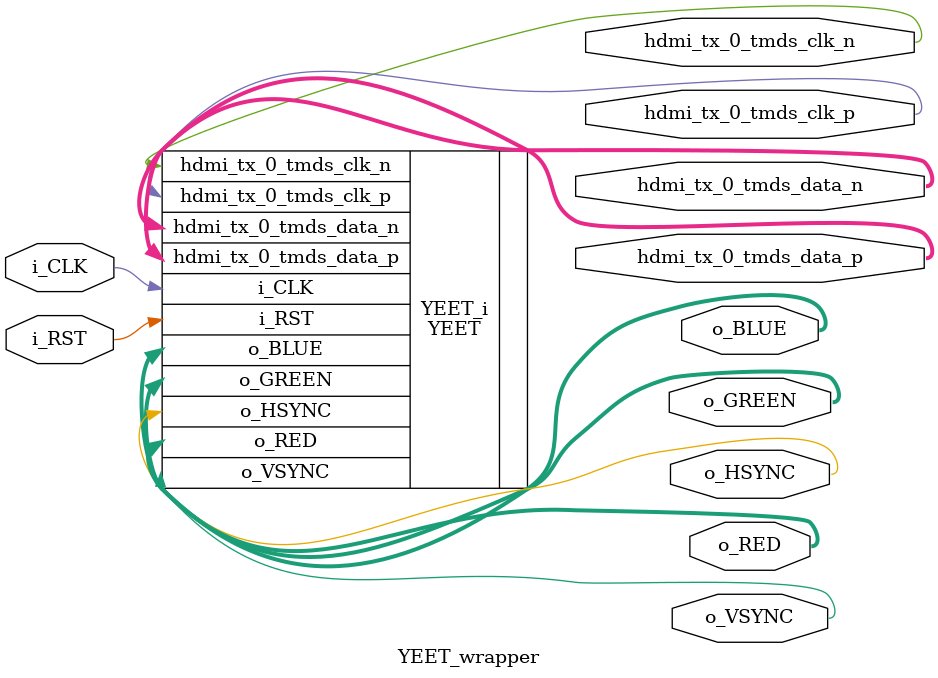
<source format=v>
`timescale 1 ps / 1 ps

module YEET_wrapper
   (hdmi_tx_0_tmds_clk_n,
    hdmi_tx_0_tmds_clk_p,
    hdmi_tx_0_tmds_data_n,
    hdmi_tx_0_tmds_data_p,
    i_CLK,
    i_RST,
    o_BLUE,
    o_GREEN,
    o_HSYNC,
    o_RED,
    o_VSYNC);
  output hdmi_tx_0_tmds_clk_n;
  output hdmi_tx_0_tmds_clk_p;
  output [2:0]hdmi_tx_0_tmds_data_n;
  output [2:0]hdmi_tx_0_tmds_data_p;
  input i_CLK;
  input i_RST;
  output [3:0]o_BLUE;
  output [3:0]o_GREEN;
  output o_HSYNC;
  output [3:0]o_RED;
  output o_VSYNC;

  wire hdmi_tx_0_tmds_clk_n;
  wire hdmi_tx_0_tmds_clk_p;
  wire [2:0]hdmi_tx_0_tmds_data_n;
  wire [2:0]hdmi_tx_0_tmds_data_p;
  wire i_CLK;
  wire i_RST;
  wire [3:0]o_BLUE;
  wire [3:0]o_GREEN;
  wire o_HSYNC;
  wire [3:0]o_RED;
  wire o_VSYNC;

  YEET YEET_i
       (.hdmi_tx_0_tmds_clk_n(hdmi_tx_0_tmds_clk_n),
        .hdmi_tx_0_tmds_clk_p(hdmi_tx_0_tmds_clk_p),
        .hdmi_tx_0_tmds_data_n(hdmi_tx_0_tmds_data_n),
        .hdmi_tx_0_tmds_data_p(hdmi_tx_0_tmds_data_p),
        .i_CLK(i_CLK),
        .i_RST(i_RST),
        .o_BLUE(o_BLUE),
        .o_GREEN(o_GREEN),
        .o_HSYNC(o_HSYNC),
        .o_RED(o_RED),
        .o_VSYNC(o_VSYNC));
endmodule

</source>
